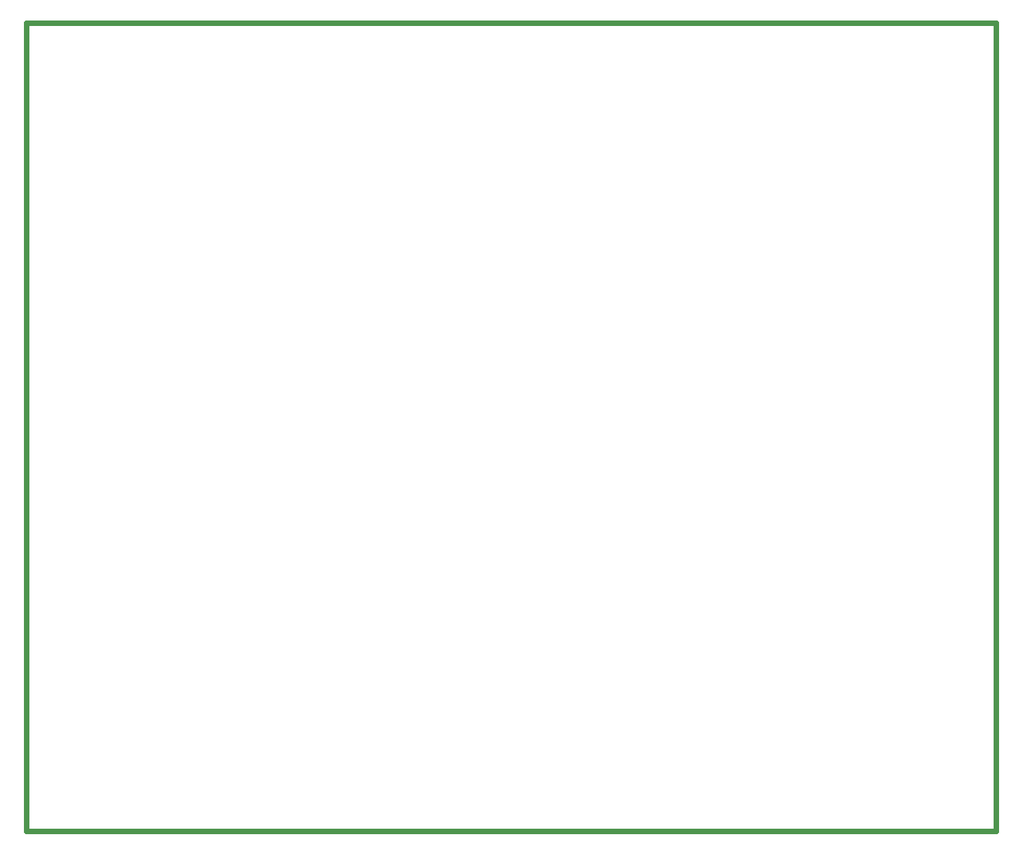
<source format=gko>
G04*
G04 #@! TF.GenerationSoftware,Altium Limited,Altium Designer,18.1.7 (191)*
G04*
G04 Layer_Color=16711935*
%FSLAX24Y24*%
%MOIN*%
G70*
G01*
G75*
%ADD25C,0.0250*%
D25*
X-24Y-25D02*
X47219D01*
Y39367D01*
X-24D02*
X47219D01*
X-24D02*
X-24Y-25D01*
M02*

</source>
